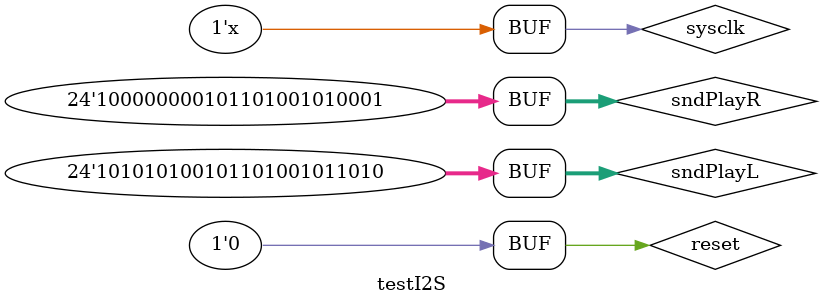
<source format=v>
`timescale 1ns / 1ps


module testI2S;

	// Inputs
//	reg recdat;
	reg sysclk;
	reg reset;
	reg [23:0] sndPlayL;
	reg [23:0] sndPlayR;

	// Outputs
	wire bclk;
	wire pbdata;
	wire pblrc;
	wire reclrc;
	wire mclk;
	wire [23:0] sndCapL;
	wire [23:0] sndCapR;
	wire sampleclk;
	wire [5:0] st;
	
	// Instantiate the Unit Under Test (UUT)
	I2S uut (
		.bclk(bclk), 
		.pbdata(pbdata), 
		.pblrc(pblrc), 
		.recdat(recdat), 
		.reclrc(reclrc), 
		.mclk(mclk), 
		.sysclk(sysclk), 
		.reset(reset), 
		.sndCapL(sndCapL), 
		.sndCapR(sndCapR), 
		.sndPlayL(sndPlayL), 
		.sndPlayR(sndPlayR), 
		.sampleclk(sampleclk)
	);

	initial begin
		// Initialize Inputs
		//recdat = 0;
		sysclk = 0;
		reset = 0;
		sndPlayL = 24'hAA5A5A;
		sndPlayR = 24'h805A51;

		// Wait 100 ns for global reset to finish
		#100;
		
      reset = 1;
		#100;
		reset = 0;
		// Add stimulus here

	end
	
	always #4
		sysclk = ~sysclk;
		
endmodule


</source>
